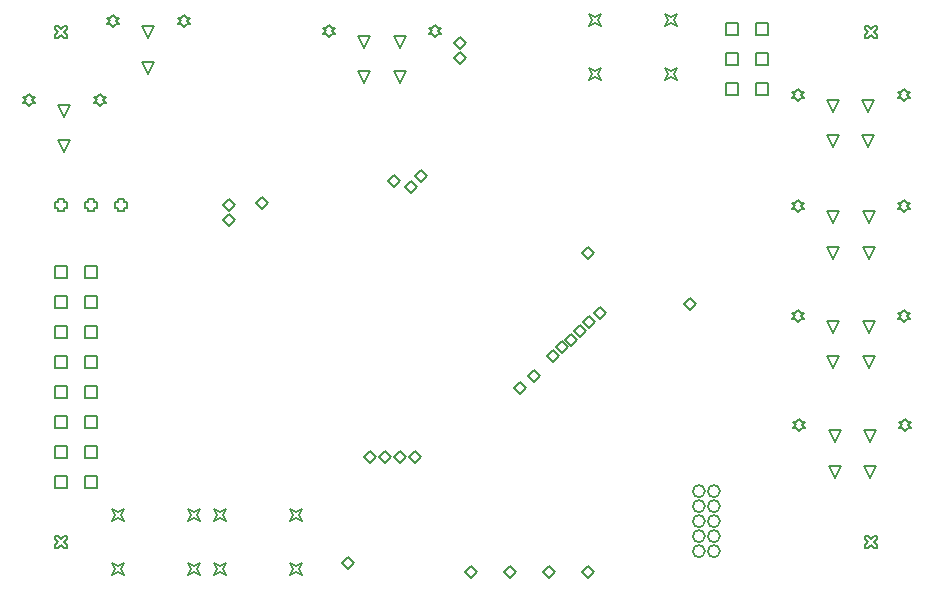
<source format=gbr>
%TF.GenerationSoftware,Altium Limited,Altium Designer,19.1.8 (144)*%
G04 Layer_Color=2752767*
%FSLAX23Y23*%
%MOIN*%
%TF.FileFunction,Drawing*%
%TF.Part,Single*%
G01*
G75*
%TA.AperFunction,NonConductor*%
%ADD65C,0.005*%
%ADD92C,0.007*%
D65*
X130Y330D02*
Y370D01*
X170D01*
Y330D01*
X130D01*
Y430D02*
Y470D01*
X170D01*
Y430D01*
X130D01*
Y530D02*
Y570D01*
X170D01*
Y530D01*
X130D01*
Y630D02*
Y670D01*
X170D01*
Y630D01*
X130D01*
Y730D02*
Y770D01*
X170D01*
Y730D01*
X130D01*
Y830D02*
Y870D01*
X170D01*
Y830D01*
X130D01*
Y930D02*
Y970D01*
X170D01*
Y930D01*
X130D01*
Y1030D02*
Y1070D01*
X170D01*
Y1030D01*
X130D01*
X230Y330D02*
Y370D01*
X270D01*
Y330D01*
X230D01*
Y430D02*
Y470D01*
X270D01*
Y430D01*
X230D01*
Y530D02*
Y570D01*
X270D01*
Y530D01*
X230D01*
Y630D02*
Y670D01*
X270D01*
Y630D01*
X230D01*
Y730D02*
Y770D01*
X270D01*
Y730D01*
X230D01*
Y830D02*
Y870D01*
X270D01*
Y830D01*
X230D01*
Y930D02*
Y970D01*
X270D01*
Y930D01*
X230D01*
Y1030D02*
Y1070D01*
X270D01*
Y1030D01*
X230D01*
X1278Y1798D02*
X1258Y1838D01*
X1298D01*
X1278Y1798D01*
Y1680D02*
X1258Y1720D01*
X1298D01*
X1278Y1680D01*
X1160Y1798D02*
X1140Y1838D01*
X1180D01*
X1160Y1798D01*
Y1680D02*
X1140Y1720D01*
X1180D01*
X1160Y1680D01*
X1396Y1835D02*
X1406Y1845D01*
X1416D01*
X1406Y1855D01*
X1416Y1865D01*
X1406D01*
X1396Y1875D01*
X1386Y1865D01*
X1376D01*
X1386Y1855D01*
X1376Y1845D01*
X1386D01*
X1396Y1835D01*
X1042D02*
X1052Y1845D01*
X1062D01*
X1052Y1855D01*
X1062Y1865D01*
X1052D01*
X1042Y1875D01*
X1032Y1865D01*
X1022D01*
X1032Y1855D01*
X1022Y1845D01*
X1032D01*
X1042Y1835D01*
X913Y41D02*
X923Y61D01*
X913Y81D01*
X933Y71D01*
X953Y81D01*
X943Y61D01*
X953Y41D01*
X933Y51D01*
X913Y41D01*
X657D02*
X667Y61D01*
X657Y81D01*
X677Y71D01*
X697Y81D01*
X687Y61D01*
X697Y41D01*
X677Y51D01*
X657Y41D01*
X913Y219D02*
X923Y239D01*
X913Y259D01*
X933Y249D01*
X953Y259D01*
X943Y239D01*
X953Y219D01*
X933Y229D01*
X913Y219D01*
X657D02*
X667Y239D01*
X657Y259D01*
X677Y249D01*
X697Y259D01*
X687Y239D01*
X697Y219D01*
X677Y229D01*
X657Y219D01*
X573Y41D02*
X583Y61D01*
X573Y81D01*
X593Y71D01*
X613Y81D01*
X603Y61D01*
X613Y41D01*
X593Y51D01*
X573Y41D01*
X317D02*
X327Y61D01*
X317Y81D01*
X337Y71D01*
X357Y81D01*
X347Y61D01*
X357Y41D01*
X337Y51D01*
X317Y41D01*
X573Y219D02*
X583Y239D01*
X573Y259D01*
X593Y249D01*
X613Y259D01*
X603Y239D01*
X613Y219D01*
X593Y229D01*
X573Y219D01*
X317D02*
X327Y239D01*
X317Y259D01*
X337Y249D01*
X357Y259D01*
X347Y239D01*
X357Y219D01*
X337Y229D01*
X317Y219D01*
X2365Y1840D02*
Y1880D01*
X2405D01*
Y1840D01*
X2365D01*
Y1740D02*
Y1780D01*
X2405D01*
Y1740D01*
X2365D01*
Y1640D02*
Y1680D01*
X2405D01*
Y1640D01*
X2365D01*
X2465Y1840D02*
Y1880D01*
X2505D01*
Y1840D01*
X2465D01*
Y1740D02*
Y1780D01*
X2505D01*
Y1740D01*
X2465D01*
Y1640D02*
Y1680D01*
X2505D01*
Y1640D01*
X2465D01*
X2163Y1691D02*
X2173Y1711D01*
X2163Y1731D01*
X2183Y1721D01*
X2203Y1731D01*
X2193Y1711D01*
X2203Y1691D01*
X2183Y1701D01*
X2163Y1691D01*
X1907D02*
X1917Y1711D01*
X1907Y1731D01*
X1927Y1721D01*
X1947Y1731D01*
X1937Y1711D01*
X1947Y1691D01*
X1927Y1701D01*
X1907Y1691D01*
X2163Y1869D02*
X2173Y1889D01*
X2163Y1909D01*
X2183Y1899D01*
X2203Y1909D01*
X2193Y1889D01*
X2203Y1869D01*
X2183Y1879D01*
X2163Y1869D01*
X1907D02*
X1917Y1889D01*
X1907Y1909D01*
X1927Y1899D01*
X1947Y1909D01*
X1937Y1889D01*
X1947Y1869D01*
X1927Y1879D01*
X1907Y1869D01*
X440Y1712D02*
X420Y1752D01*
X460D01*
X440Y1712D01*
Y1830D02*
X420Y1870D01*
X460D01*
X440Y1830D01*
X322Y1867D02*
X332Y1877D01*
X342D01*
X332Y1887D01*
X342Y1897D01*
X332D01*
X322Y1907D01*
X312Y1897D01*
X302D01*
X312Y1887D01*
X302Y1877D01*
X312D01*
X322Y1867D01*
X558D02*
X568Y1877D01*
X578D01*
X568Y1887D01*
X578Y1897D01*
X568D01*
X558Y1907D01*
X548Y1897D01*
X538D01*
X548Y1887D01*
X538Y1877D01*
X548D01*
X558Y1867D01*
X160Y1450D02*
X140Y1490D01*
X180D01*
X160Y1450D01*
Y1568D02*
X140Y1608D01*
X180D01*
X160Y1568D01*
X42Y1605D02*
X52Y1615D01*
X62D01*
X52Y1625D01*
X62Y1635D01*
X52D01*
X42Y1645D01*
X32Y1635D01*
X22D01*
X32Y1625D01*
X22Y1615D01*
X32D01*
X42Y1605D01*
X278D02*
X288Y1615D01*
X298D01*
X288Y1625D01*
X298Y1635D01*
X288D01*
X278Y1645D01*
X268Y1635D01*
X258D01*
X268Y1625D01*
X258Y1615D01*
X268D01*
X278Y1605D01*
X340Y1265D02*
Y1255D01*
X360D01*
Y1265D01*
X370D01*
Y1285D01*
X360D01*
Y1295D01*
X340D01*
Y1285D01*
X330D01*
Y1265D01*
X340D01*
X240D02*
Y1255D01*
X260D01*
Y1265D01*
X270D01*
Y1285D01*
X260D01*
Y1295D01*
X240D01*
Y1285D01*
X230D01*
Y1265D01*
X240D01*
X140D02*
Y1255D01*
X160D01*
Y1265D01*
X170D01*
Y1285D01*
X160D01*
Y1295D01*
X140D01*
Y1285D01*
X130D01*
Y1265D01*
X140D01*
X2609Y520D02*
X2619Y530D01*
X2629D01*
X2619Y540D01*
X2629Y550D01*
X2619D01*
X2609Y560D01*
X2599Y550D01*
X2589D01*
X2599Y540D01*
X2589Y530D01*
X2599D01*
X2609Y520D01*
X2963D02*
X2973Y530D01*
X2983D01*
X2973Y540D01*
X2983Y550D01*
X2973D01*
X2963Y560D01*
X2953Y550D01*
X2943D01*
X2953Y540D01*
X2943Y530D01*
X2953D01*
X2963Y520D01*
X2727Y365D02*
X2707Y405D01*
X2747D01*
X2727Y365D01*
Y483D02*
X2707Y523D01*
X2747D01*
X2727Y483D01*
X2845Y365D02*
X2825Y405D01*
X2865D01*
X2845Y365D01*
Y483D02*
X2825Y523D01*
X2865D01*
X2845Y483D01*
X2605Y885D02*
X2615Y895D01*
X2625D01*
X2615Y905D01*
X2625Y915D01*
X2615D01*
X2605Y925D01*
X2595Y915D01*
X2585D01*
X2595Y905D01*
X2585Y895D01*
X2595D01*
X2605Y885D01*
X2959D02*
X2969Y895D01*
X2979D01*
X2969Y905D01*
X2979Y915D01*
X2969D01*
X2959Y925D01*
X2949Y915D01*
X2939D01*
X2949Y905D01*
X2939Y895D01*
X2949D01*
X2959Y885D01*
X2723Y730D02*
X2703Y770D01*
X2743D01*
X2723Y730D01*
Y848D02*
X2703Y888D01*
X2743D01*
X2723Y848D01*
X2841Y730D02*
X2821Y770D01*
X2861D01*
X2841Y730D01*
Y848D02*
X2821Y888D01*
X2861D01*
X2841Y848D01*
X2605Y1250D02*
X2615Y1260D01*
X2625D01*
X2615Y1270D01*
X2625Y1280D01*
X2615D01*
X2605Y1290D01*
X2595Y1280D01*
X2585D01*
X2595Y1270D01*
X2585Y1260D01*
X2595D01*
X2605Y1250D01*
X2959D02*
X2969Y1260D01*
X2979D01*
X2969Y1270D01*
X2979Y1280D01*
X2969D01*
X2959Y1290D01*
X2949Y1280D01*
X2939D01*
X2949Y1270D01*
X2939Y1260D01*
X2949D01*
X2959Y1250D01*
X2723Y1095D02*
X2703Y1135D01*
X2743D01*
X2723Y1095D01*
Y1213D02*
X2703Y1253D01*
X2743D01*
X2723Y1213D01*
X2841Y1095D02*
X2821Y1135D01*
X2861D01*
X2841Y1095D01*
Y1213D02*
X2821Y1253D01*
X2861D01*
X2841Y1213D01*
X130Y130D02*
X140D01*
X150Y140D01*
X160Y130D01*
X170D01*
Y140D01*
X160Y150D01*
X170Y160D01*
Y170D01*
X160D01*
X150Y160D01*
X140Y170D01*
X130D01*
Y160D01*
X140Y150D01*
X130Y140D01*
Y130D01*
X2830D02*
X2840D01*
X2850Y140D01*
X2860Y130D01*
X2870D01*
Y140D01*
X2860Y150D01*
X2870Y160D01*
Y170D01*
X2860D01*
X2850Y160D01*
X2840Y170D01*
X2830D01*
Y160D01*
X2840Y150D01*
X2830Y140D01*
Y130D01*
Y1830D02*
X2840D01*
X2850Y1840D01*
X2860Y1830D01*
X2870D01*
Y1840D01*
X2860Y1850D01*
X2870Y1860D01*
Y1870D01*
X2860D01*
X2850Y1860D01*
X2840Y1870D01*
X2830D01*
Y1860D01*
X2840Y1850D01*
X2830Y1840D01*
Y1830D01*
X130D02*
X140D01*
X150Y1840D01*
X160Y1830D01*
X170D01*
Y1840D01*
X160Y1850D01*
X170Y1860D01*
Y1870D01*
X160D01*
X150Y1860D01*
X140Y1870D01*
X130D01*
Y1860D01*
X140Y1850D01*
X130Y1840D01*
Y1830D01*
X2840Y1585D02*
X2820Y1625D01*
X2860D01*
X2840Y1585D01*
Y1467D02*
X2820Y1507D01*
X2860D01*
X2840Y1467D01*
X2722Y1585D02*
X2702Y1625D01*
X2742D01*
X2722Y1585D01*
Y1467D02*
X2702Y1507D01*
X2742D01*
X2722Y1467D01*
X2958Y1622D02*
X2968Y1632D01*
X2978D01*
X2968Y1642D01*
X2978Y1652D01*
X2968D01*
X2958Y1662D01*
X2948Y1652D01*
X2938D01*
X2948Y1642D01*
X2938Y1632D01*
X2948D01*
X2958Y1622D01*
X2604D02*
X2614Y1632D01*
X2624D01*
X2614Y1642D01*
X2624Y1652D01*
X2614D01*
X2604Y1662D01*
X2594Y1652D01*
X2584D01*
X2594Y1642D01*
X2584Y1632D01*
X2594D01*
X2604Y1622D01*
X1240Y1355D02*
X1260Y1375D01*
X1280Y1355D01*
X1260Y1335D01*
X1240Y1355D01*
X1295Y1335D02*
X1315Y1355D01*
X1335Y1335D01*
X1315Y1315D01*
X1295Y1335D01*
X1085Y80D02*
X1105Y100D01*
X1125Y80D01*
X1105Y60D01*
X1085Y80D01*
X1460Y1765D02*
X1480Y1785D01*
X1500Y1765D01*
X1480Y1745D01*
X1460Y1765D01*
Y1815D02*
X1480Y1835D01*
X1500Y1815D01*
X1480Y1795D01*
X1460Y1815D01*
X800Y1280D02*
X820Y1300D01*
X840Y1280D01*
X820Y1260D01*
X800Y1280D01*
X1330Y1370D02*
X1350Y1390D01*
X1370Y1370D01*
X1350Y1350D01*
X1330Y1370D01*
X690Y1225D02*
X710Y1245D01*
X730Y1225D01*
X710Y1205D01*
X690Y1225D01*
Y1275D02*
X710Y1295D01*
X730Y1275D01*
X710Y1255D01*
X690Y1275D01*
X1860Y855D02*
X1880Y875D01*
X1900Y855D01*
X1880Y835D01*
X1860Y855D01*
X1660Y665D02*
X1680Y685D01*
X1700Y665D01*
X1680Y645D01*
X1660Y665D01*
X1800Y800D02*
X1820Y820D01*
X1840Y800D01*
X1820Y780D01*
X1800Y800D01*
X1830Y825D02*
X1850Y845D01*
X1870Y825D01*
X1850Y805D01*
X1830Y825D01*
X1924Y914D02*
X1944Y934D01*
X1964Y914D01*
X1944Y894D01*
X1924Y914D01*
X1890Y885D02*
X1910Y905D01*
X1930Y885D01*
X1910Y865D01*
X1890Y885D01*
X1770Y770D02*
X1790Y790D01*
X1810Y770D01*
X1790Y750D01*
X1770Y770D01*
X1705Y705D02*
X1725Y725D01*
X1745Y705D01*
X1725Y685D01*
X1705Y705D01*
X1885Y50D02*
X1905Y70D01*
X1925Y50D01*
X1905Y30D01*
X1885Y50D01*
X1755D02*
X1775Y70D01*
X1795Y50D01*
X1775Y30D01*
X1755Y50D01*
X1625D02*
X1645Y70D01*
X1665Y50D01*
X1645Y30D01*
X1625Y50D01*
X1495D02*
X1515Y70D01*
X1535Y50D01*
X1515Y30D01*
X1495Y50D01*
X1310Y435D02*
X1330Y455D01*
X1350Y435D01*
X1330Y415D01*
X1310Y435D01*
X1260D02*
X1280Y455D01*
X1300Y435D01*
X1280Y415D01*
X1260Y435D01*
X1210D02*
X1230Y455D01*
X1250Y435D01*
X1230Y415D01*
X1210Y435D01*
X1160D02*
X1180Y455D01*
X1200Y435D01*
X1180Y415D01*
X1160Y435D01*
X2225Y945D02*
X2245Y965D01*
X2265Y945D01*
X2245Y925D01*
X2225Y945D01*
X1885Y1115D02*
X1905Y1135D01*
X1925Y1115D01*
X1905Y1095D01*
X1885Y1115D01*
D92*
X2345Y120D02*
G03*
X2345Y120I-20J0D01*
G01*
X2295D02*
G03*
X2295Y120I-20J0D01*
G01*
X2345Y170D02*
G03*
X2345Y170I-20J0D01*
G01*
X2295D02*
G03*
X2295Y170I-20J0D01*
G01*
X2345Y220D02*
G03*
X2345Y220I-20J0D01*
G01*
X2295D02*
G03*
X2295Y220I-20J0D01*
G01*
X2345Y270D02*
G03*
X2345Y270I-20J0D01*
G01*
X2295D02*
G03*
X2295Y270I-20J0D01*
G01*
X2345Y320D02*
G03*
X2345Y320I-20J0D01*
G01*
X2295D02*
G03*
X2295Y320I-20J0D01*
G01*
%TF.MD5,6529355da96e807b0cc3c9b7cdf23052*%
M02*

</source>
